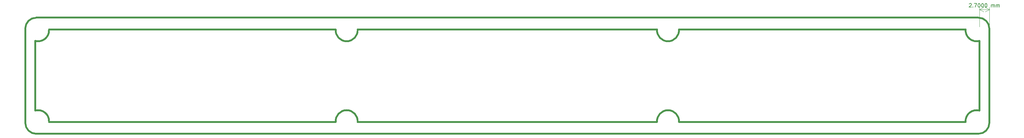
<source format=gbr>
%TF.GenerationSoftware,KiCad,Pcbnew,7.0.2-0*%
%TF.CreationDate,2023-05-18T01:16:27+02:00*%
%TF.ProjectId,LE,4c452e6b-6963-4616-945f-706362585858,rev?*%
%TF.SameCoordinates,PXfd9f08PY7735940*%
%TF.FileFunction,Profile,NP*%
%FSLAX46Y46*%
G04 Gerber Fmt 4.6, Leading zero omitted, Abs format (unit mm)*
G04 Created by KiCad (PCBNEW 7.0.2-0) date 2023-05-18 01:16:27*
%MOMM*%
%LPD*%
G01*
G04 APERTURE LIST*
%TA.AperFunction,Profile*%
%ADD10C,0.500000*%
%TD*%
%ADD11C,0.150000*%
%TA.AperFunction,Profile*%
%ADD12C,0.100000*%
%TD*%
G04 APERTURE END LIST*
D10*
X90999999Y28750000D02*
X173000002Y28750000D01*
X2700000Y6404323D02*
X2700000Y25595677D01*
X261300000Y25595677D02*
X261300000Y6404323D01*
X261292081Y6404298D02*
G75*
G03*
X257500002Y3250000I-792101J-2904298D01*
G01*
X173000001Y3250000D02*
X90999998Y3250000D01*
X85000002Y28750000D02*
G75*
G03*
X90999998Y28750000I2999998J-250000D01*
G01*
X257499976Y28750002D02*
G75*
G03*
X261292089Y25595677I3000004J-250002D01*
G01*
X6499999Y3250000D02*
G75*
G03*
X2707911Y6404323I-2999999J250000D01*
G01*
X173000003Y28750000D02*
G75*
G03*
X178999999Y28750000I2999998J-250000D01*
G01*
X85000000Y3250000D02*
X6499998Y3250000D01*
X178999998Y3250000D02*
G75*
G03*
X173000002Y3250000I-2999998J250000D01*
G01*
X90999997Y3250000D02*
G75*
G03*
X85000001Y3250000I-2999998J250000D01*
G01*
X2707912Y25595678D02*
G75*
G03*
X6499998Y28750000I792088J2904322D01*
G01*
X257500001Y3250000D02*
X178999999Y3250000D01*
X179000000Y28750000D02*
X257500002Y28750000D01*
X6499999Y28750000D02*
X85000001Y28750000D01*
D11*
X258507143Y35792143D02*
X258554762Y35839762D01*
X258554762Y35839762D02*
X258650000Y35887381D01*
X258650000Y35887381D02*
X258888095Y35887381D01*
X258888095Y35887381D02*
X258983333Y35839762D01*
X258983333Y35839762D02*
X259030952Y35792143D01*
X259030952Y35792143D02*
X259078571Y35696905D01*
X259078571Y35696905D02*
X259078571Y35601667D01*
X259078571Y35601667D02*
X259030952Y35458810D01*
X259030952Y35458810D02*
X258459524Y34887381D01*
X258459524Y34887381D02*
X259078571Y34887381D01*
X259507143Y34982620D02*
X259554762Y34935000D01*
X259554762Y34935000D02*
X259507143Y34887381D01*
X259507143Y34887381D02*
X259459524Y34935000D01*
X259459524Y34935000D02*
X259507143Y34982620D01*
X259507143Y34982620D02*
X259507143Y34887381D01*
X259888095Y35887381D02*
X260554761Y35887381D01*
X260554761Y35887381D02*
X260126190Y34887381D01*
X261126190Y35887381D02*
X261221428Y35887381D01*
X261221428Y35887381D02*
X261316666Y35839762D01*
X261316666Y35839762D02*
X261364285Y35792143D01*
X261364285Y35792143D02*
X261411904Y35696905D01*
X261411904Y35696905D02*
X261459523Y35506429D01*
X261459523Y35506429D02*
X261459523Y35268334D01*
X261459523Y35268334D02*
X261411904Y35077858D01*
X261411904Y35077858D02*
X261364285Y34982620D01*
X261364285Y34982620D02*
X261316666Y34935000D01*
X261316666Y34935000D02*
X261221428Y34887381D01*
X261221428Y34887381D02*
X261126190Y34887381D01*
X261126190Y34887381D02*
X261030952Y34935000D01*
X261030952Y34935000D02*
X260983333Y34982620D01*
X260983333Y34982620D02*
X260935714Y35077858D01*
X260935714Y35077858D02*
X260888095Y35268334D01*
X260888095Y35268334D02*
X260888095Y35506429D01*
X260888095Y35506429D02*
X260935714Y35696905D01*
X260935714Y35696905D02*
X260983333Y35792143D01*
X260983333Y35792143D02*
X261030952Y35839762D01*
X261030952Y35839762D02*
X261126190Y35887381D01*
X262078571Y35887381D02*
X262173809Y35887381D01*
X262173809Y35887381D02*
X262269047Y35839762D01*
X262269047Y35839762D02*
X262316666Y35792143D01*
X262316666Y35792143D02*
X262364285Y35696905D01*
X262364285Y35696905D02*
X262411904Y35506429D01*
X262411904Y35506429D02*
X262411904Y35268334D01*
X262411904Y35268334D02*
X262364285Y35077858D01*
X262364285Y35077858D02*
X262316666Y34982620D01*
X262316666Y34982620D02*
X262269047Y34935000D01*
X262269047Y34935000D02*
X262173809Y34887381D01*
X262173809Y34887381D02*
X262078571Y34887381D01*
X262078571Y34887381D02*
X261983333Y34935000D01*
X261983333Y34935000D02*
X261935714Y34982620D01*
X261935714Y34982620D02*
X261888095Y35077858D01*
X261888095Y35077858D02*
X261840476Y35268334D01*
X261840476Y35268334D02*
X261840476Y35506429D01*
X261840476Y35506429D02*
X261888095Y35696905D01*
X261888095Y35696905D02*
X261935714Y35792143D01*
X261935714Y35792143D02*
X261983333Y35839762D01*
X261983333Y35839762D02*
X262078571Y35887381D01*
X263030952Y35887381D02*
X263126190Y35887381D01*
X263126190Y35887381D02*
X263221428Y35839762D01*
X263221428Y35839762D02*
X263269047Y35792143D01*
X263269047Y35792143D02*
X263316666Y35696905D01*
X263316666Y35696905D02*
X263364285Y35506429D01*
X263364285Y35506429D02*
X263364285Y35268334D01*
X263364285Y35268334D02*
X263316666Y35077858D01*
X263316666Y35077858D02*
X263269047Y34982620D01*
X263269047Y34982620D02*
X263221428Y34935000D01*
X263221428Y34935000D02*
X263126190Y34887381D01*
X263126190Y34887381D02*
X263030952Y34887381D01*
X263030952Y34887381D02*
X262935714Y34935000D01*
X262935714Y34935000D02*
X262888095Y34982620D01*
X262888095Y34982620D02*
X262840476Y35077858D01*
X262840476Y35077858D02*
X262792857Y35268334D01*
X262792857Y35268334D02*
X262792857Y35506429D01*
X262792857Y35506429D02*
X262840476Y35696905D01*
X262840476Y35696905D02*
X262888095Y35792143D01*
X262888095Y35792143D02*
X262935714Y35839762D01*
X262935714Y35839762D02*
X263030952Y35887381D01*
X264554762Y34887381D02*
X264554762Y35554048D01*
X264554762Y35458810D02*
X264602381Y35506429D01*
X264602381Y35506429D02*
X264697619Y35554048D01*
X264697619Y35554048D02*
X264840476Y35554048D01*
X264840476Y35554048D02*
X264935714Y35506429D01*
X264935714Y35506429D02*
X264983333Y35411191D01*
X264983333Y35411191D02*
X264983333Y34887381D01*
X264983333Y35411191D02*
X265030952Y35506429D01*
X265030952Y35506429D02*
X265126190Y35554048D01*
X265126190Y35554048D02*
X265269047Y35554048D01*
X265269047Y35554048D02*
X265364286Y35506429D01*
X265364286Y35506429D02*
X265411905Y35411191D01*
X265411905Y35411191D02*
X265411905Y34887381D01*
X265888095Y34887381D02*
X265888095Y35554048D01*
X265888095Y35458810D02*
X265935714Y35506429D01*
X265935714Y35506429D02*
X266030952Y35554048D01*
X266030952Y35554048D02*
X266173809Y35554048D01*
X266173809Y35554048D02*
X266269047Y35506429D01*
X266269047Y35506429D02*
X266316666Y35411191D01*
X266316666Y35411191D02*
X266316666Y34887381D01*
X266316666Y35411191D02*
X266364285Y35506429D01*
X266364285Y35506429D02*
X266459523Y35554048D01*
X266459523Y35554048D02*
X266602380Y35554048D01*
X266602380Y35554048D02*
X266697619Y35506429D01*
X266697619Y35506429D02*
X266745238Y35411191D01*
X266745238Y35411191D02*
X266745238Y34887381D01*
D12*
X264000000Y29500000D02*
X264000000Y34786420D01*
X261300000Y29500000D02*
X261300000Y34786420D01*
X264000000Y34200000D02*
X261300000Y34200000D01*
X264000000Y34200000D02*
X261300000Y34200000D01*
X264000000Y34200000D02*
X262873496Y33613579D01*
X264000000Y34200000D02*
X262873496Y34786421D01*
X261300000Y34200000D02*
X262426504Y34786421D01*
X261300000Y34200000D02*
X262426504Y33613579D01*
D10*
%TO.C,REF\u002A\u002A*%
X0Y29000000D02*
X0Y3000000D01*
X3000000Y0D02*
X261000000Y0D01*
X261000000Y32000000D02*
X3000000Y32000000D01*
X264000000Y3000000D02*
X264000000Y29000000D01*
X3000000Y32000000D02*
G75*
G03*
X0Y29000000I0J-3000000D01*
G01*
X0Y3000000D02*
G75*
G03*
X3000000Y0I3000000J0D01*
G01*
X264000000Y29000000D02*
G75*
G03*
X261000000Y32000000I-3000000J0D01*
G01*
X261000000Y0D02*
G75*
G03*
X264000000Y3000000I0J3000000D01*
G01*
%TD*%
M02*

</source>
